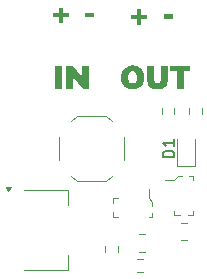
<source format=gbr>
%TF.GenerationSoftware,KiCad,Pcbnew,8.0.5*%
%TF.CreationDate,2024-09-12T13:34:15+03:00*%
%TF.ProjectId,Tactile Power Switch,54616374-696c-4652-9050-6f7765722053,rev?*%
%TF.SameCoordinates,Original*%
%TF.FileFunction,Legend,Top*%
%TF.FilePolarity,Positive*%
%FSLAX46Y46*%
G04 Gerber Fmt 4.6, Leading zero omitted, Abs format (unit mm)*
G04 Created by KiCad (PCBNEW 8.0.5) date 2024-09-12 13:34:15*
%MOMM*%
%LPD*%
G01*
G04 APERTURE LIST*
%ADD10C,0.200000*%
%ADD11C,0.150000*%
%ADD12C,0.120000*%
%ADD13C,0.100000*%
G04 APERTURE END LIST*
D10*
G36*
X124175855Y-47999853D02*
G01*
X124175855Y-48504947D01*
X123834892Y-48504947D01*
X123834892Y-47999853D01*
X123326378Y-47999853D01*
X123326378Y-47660844D01*
X123834892Y-47660844D01*
X123834892Y-47160635D01*
X124175855Y-47160635D01*
X124175855Y-47660844D01*
X124688277Y-47660844D01*
X124688277Y-47999853D01*
X124175855Y-47999853D01*
G37*
G36*
X116893928Y-53960000D02*
G01*
X116893928Y-51990425D01*
X117487438Y-51990425D01*
X117487438Y-53960000D01*
X116893928Y-53960000D01*
G37*
G36*
X119245498Y-53960000D02*
G01*
X118550383Y-53006964D01*
X118492727Y-52925425D01*
X118436226Y-52838110D01*
X118415561Y-52803265D01*
X118410188Y-52803265D01*
X118414916Y-52907893D01*
X118417511Y-53010323D01*
X118418460Y-53108464D01*
X118418492Y-53131039D01*
X118418492Y-53960000D01*
X117868946Y-53960000D01*
X117868946Y-51990425D01*
X118429727Y-51990425D01*
X119096022Y-52896078D01*
X119125819Y-52939064D01*
X119161479Y-52989867D01*
X119195184Y-53040669D01*
X119219609Y-53084633D01*
X119224982Y-53084633D01*
X119218048Y-52981706D01*
X119216678Y-52875561D01*
X119216678Y-51990425D01*
X119766224Y-51990425D01*
X119766224Y-53960000D01*
X119245498Y-53960000D01*
G37*
G36*
X117575855Y-47899853D02*
G01*
X117575855Y-48404947D01*
X117234892Y-48404947D01*
X117234892Y-47899853D01*
X116726378Y-47899853D01*
X116726378Y-47560844D01*
X117234892Y-47560844D01*
X117234892Y-47060635D01*
X117575855Y-47060635D01*
X117575855Y-47560844D01*
X118088277Y-47560844D01*
X118088277Y-47899853D01*
X117575855Y-47899853D01*
G37*
G36*
X126126797Y-47998527D02*
G01*
X126126797Y-47592107D01*
X126878576Y-47592107D01*
X126878576Y-47998527D01*
X126126797Y-47998527D01*
G37*
G36*
X119426797Y-47898527D02*
G01*
X119426797Y-47492107D01*
X120178576Y-47492107D01*
X120178576Y-47898527D01*
X119426797Y-47898527D01*
G37*
G36*
X123599152Y-51963576D02*
G01*
X123698929Y-51976816D01*
X123794515Y-51998884D01*
X123900737Y-52035786D01*
X124001256Y-52084703D01*
X124094060Y-52144556D01*
X124177141Y-52214694D01*
X124250498Y-52295116D01*
X124314131Y-52385824D01*
X124346127Y-52442274D01*
X124387463Y-52531484D01*
X124420247Y-52625090D01*
X124444478Y-52723093D01*
X124460157Y-52825491D01*
X124467284Y-52932287D01*
X124467759Y-52968862D01*
X124463260Y-53077689D01*
X124449762Y-53182155D01*
X124427265Y-53282258D01*
X124395769Y-53377999D01*
X124355274Y-53469379D01*
X124339776Y-53498869D01*
X124288376Y-53582772D01*
X124219337Y-53671413D01*
X124140527Y-53750096D01*
X124051947Y-53818821D01*
X123982693Y-53861814D01*
X123894823Y-53905806D01*
X123803037Y-53940697D01*
X123707336Y-53966485D01*
X123607719Y-53983172D01*
X123504187Y-53990757D01*
X123468806Y-53991263D01*
X123366510Y-53986866D01*
X123267718Y-53973677D01*
X123172429Y-53951695D01*
X123065686Y-53914937D01*
X122963712Y-53866210D01*
X122869151Y-53806448D01*
X122784220Y-53737008D01*
X122708920Y-53657891D01*
X122643250Y-53569096D01*
X122610048Y-53514012D01*
X122560941Y-53411807D01*
X122523896Y-53303946D01*
X122501742Y-53206991D01*
X122488450Y-53105880D01*
X122484019Y-53000614D01*
X122484932Y-52978143D01*
X123114654Y-52978143D01*
X123119352Y-53078859D01*
X123136228Y-53181540D01*
X123169883Y-53281218D01*
X123212840Y-53355743D01*
X123281123Y-53427098D01*
X123372212Y-53475064D01*
X123469547Y-53490921D01*
X123480041Y-53491053D01*
X123577861Y-53475910D01*
X123665177Y-53430481D01*
X123738450Y-53356353D01*
X123787337Y-53270054D01*
X123793161Y-53256092D01*
X123822574Y-53156918D01*
X123836416Y-53052779D01*
X123838590Y-52986448D01*
X123834125Y-52884333D01*
X123818089Y-52779767D01*
X123786108Y-52677602D01*
X123745289Y-52600544D01*
X123680250Y-52526097D01*
X123593169Y-52476053D01*
X123489811Y-52459371D01*
X123386618Y-52472633D01*
X123290738Y-52517855D01*
X123219602Y-52586816D01*
X123213328Y-52595170D01*
X123161293Y-52690711D01*
X123130939Y-52795460D01*
X123117063Y-52903492D01*
X123114654Y-52978143D01*
X122484932Y-52978143D01*
X122488501Y-52890252D01*
X122501948Y-52784115D01*
X122524359Y-52682203D01*
X122555735Y-52584515D01*
X122596075Y-52491052D01*
X122611514Y-52460837D01*
X122663114Y-52374724D01*
X122721927Y-52296271D01*
X122799658Y-52214422D01*
X122887207Y-52142999D01*
X122970062Y-52090076D01*
X123058923Y-52045586D01*
X123152214Y-52010300D01*
X123249936Y-51984220D01*
X123352089Y-51967344D01*
X123458672Y-51959673D01*
X123495184Y-51959162D01*
X123599152Y-51963576D01*
G37*
G36*
X126452477Y-53058743D02*
G01*
X126449096Y-53173270D01*
X126438952Y-53280180D01*
X126422046Y-53379472D01*
X126391403Y-53492876D01*
X126350194Y-53594377D01*
X126298419Y-53683977D01*
X126236078Y-53761674D01*
X126162740Y-53827815D01*
X126077978Y-53882746D01*
X125981791Y-53926467D01*
X125874178Y-53958977D01*
X125755141Y-53980276D01*
X125651685Y-53989245D01*
X125569295Y-53991263D01*
X125467316Y-53987675D01*
X125348751Y-53973102D01*
X125240084Y-53947318D01*
X125141316Y-53910324D01*
X125052446Y-53862119D01*
X124973475Y-53802704D01*
X124930844Y-53761674D01*
X124868221Y-53684239D01*
X124816212Y-53595427D01*
X124774817Y-53495237D01*
X124744036Y-53383670D01*
X124727054Y-53286225D01*
X124716864Y-53181498D01*
X124713468Y-53069490D01*
X124713468Y-51990425D01*
X125309420Y-51990425D01*
X125309420Y-53095868D01*
X125315023Y-53195839D01*
X125337088Y-53299239D01*
X125380251Y-53388471D01*
X125453915Y-53458596D01*
X125550954Y-53489450D01*
X125582972Y-53491053D01*
X125680763Y-53475171D01*
X125767353Y-53417376D01*
X125785694Y-53394822D01*
X125830605Y-53301080D01*
X125850724Y-53198084D01*
X125855059Y-53109546D01*
X125855059Y-51990425D01*
X126452477Y-51990425D01*
X126452477Y-53058743D01*
G37*
G36*
X127802651Y-52459371D02*
G01*
X127802651Y-53960000D01*
X127206210Y-53960000D01*
X127206210Y-52459371D01*
X126655198Y-52459371D01*
X126655198Y-51990425D01*
X128360502Y-51990425D01*
X128360502Y-52459371D01*
X127802651Y-52459371D01*
G37*
D11*
X127024819Y-59738094D02*
X126024819Y-59738094D01*
X126024819Y-59738094D02*
X126024819Y-59499999D01*
X126024819Y-59499999D02*
X126072438Y-59357142D01*
X126072438Y-59357142D02*
X126167676Y-59261904D01*
X126167676Y-59261904D02*
X126262914Y-59214285D01*
X126262914Y-59214285D02*
X126453390Y-59166666D01*
X126453390Y-59166666D02*
X126596247Y-59166666D01*
X126596247Y-59166666D02*
X126786723Y-59214285D01*
X126786723Y-59214285D02*
X126881961Y-59261904D01*
X126881961Y-59261904D02*
X126977200Y-59357142D01*
X126977200Y-59357142D02*
X127024819Y-59499999D01*
X127024819Y-59499999D02*
X127024819Y-59738094D01*
X127024819Y-58214285D02*
X127024819Y-58785713D01*
X127024819Y-58499999D02*
X126024819Y-58499999D01*
X126024819Y-58499999D02*
X126167676Y-58595237D01*
X126167676Y-58595237D02*
X126262914Y-58690475D01*
X126262914Y-58690475D02*
X126310533Y-58785713D01*
D12*
%TO.C,C1*%
X128061253Y-65265000D02*
X127538747Y-65265000D01*
X128061253Y-66735000D02*
X127538747Y-66735000D01*
%TO.C,R3*%
X124337258Y-68377500D02*
X123862742Y-68377500D01*
X124337258Y-69422500D02*
X123862742Y-69422500D01*
%TO.C,C2*%
X124038748Y-66265000D02*
X124561252Y-66265000D01*
X124038748Y-67735000D02*
X124561252Y-67735000D01*
D13*
%TO.C,Q1*%
X121850000Y-63175000D02*
X121850000Y-63650000D01*
X121850000Y-64375000D02*
X121850000Y-64825000D01*
X121850000Y-64825000D02*
X122150000Y-64825000D01*
X122200000Y-63175000D02*
X121850000Y-63175000D01*
X122200000Y-64825000D02*
X122075000Y-64825000D01*
X124825000Y-62400000D02*
X124825000Y-63174999D01*
X124825000Y-63174999D02*
X124875000Y-63175000D01*
X124850000Y-64825000D02*
X125150000Y-64825000D01*
X124875000Y-63175000D02*
X125150000Y-63550000D01*
X125150000Y-63550000D02*
X125150000Y-63825000D01*
X125150000Y-64825000D02*
X125150000Y-64450000D01*
D12*
%TO.C,D1*%
X127265000Y-58200000D02*
X127265000Y-60485000D01*
X127265000Y-60485000D02*
X128735000Y-60485000D01*
X128735000Y-60485000D02*
X128735000Y-58200000D01*
%TO.C,R4*%
X128277501Y-55562742D02*
X128277501Y-56037258D01*
X129322501Y-55562742D02*
X129322501Y-56037258D01*
%TO.C,SW1*%
X117250000Y-58000000D02*
X117250000Y-60000000D01*
X118300000Y-56700000D02*
X118750000Y-56250000D01*
X118300000Y-61300000D02*
X118750000Y-61750000D01*
X118750000Y-56250000D02*
X121250000Y-56250000D01*
X118750000Y-61750000D02*
X121250000Y-61750000D01*
X121700000Y-56700000D02*
X121250000Y-56250000D01*
X121700000Y-61300000D02*
X121250000Y-61750000D01*
X122750000Y-58000000D02*
X122750000Y-60000000D01*
%TO.C,Q4*%
X114250000Y-62489999D02*
X118010000Y-62490000D01*
X114250000Y-69310001D02*
X118010000Y-69310000D01*
X118010000Y-62490000D02*
X118010000Y-63749999D01*
X118010000Y-69310000D02*
X118010000Y-68050001D01*
X112970000Y-62590000D02*
X112730000Y-62260000D01*
X113210000Y-62260000D01*
X112970000Y-62590000D01*
G36*
X112970000Y-62590000D02*
G01*
X112730000Y-62260000D01*
X113210000Y-62260000D01*
X112970000Y-62590000D01*
G37*
%TO.C,R2*%
X125977500Y-55562742D02*
X125977500Y-56037258D01*
X127022500Y-55562742D02*
X127022500Y-56037258D01*
D13*
%TO.C,Q2*%
X126200000Y-61675000D02*
X126974999Y-61675000D01*
X126974999Y-61675000D02*
X126975000Y-61625000D01*
X126975000Y-61625000D02*
X127350000Y-61350000D01*
X126975000Y-64300000D02*
X126975000Y-64650000D01*
X126975000Y-64650000D02*
X127450000Y-64650000D01*
X127350000Y-61350000D02*
X127625000Y-61350000D01*
X128175000Y-64650000D02*
X128625000Y-64650000D01*
X128625000Y-61350000D02*
X128250000Y-61350000D01*
X128625000Y-61650000D02*
X128625000Y-61350000D01*
X128625000Y-64300000D02*
X128625000Y-64425000D01*
X128625000Y-64650000D02*
X128625000Y-64350000D01*
D12*
%TO.C,R1*%
X121177500Y-67262742D02*
X121177500Y-67737258D01*
X122222500Y-67262742D02*
X122222500Y-67737258D01*
%TD*%
M02*

</source>
